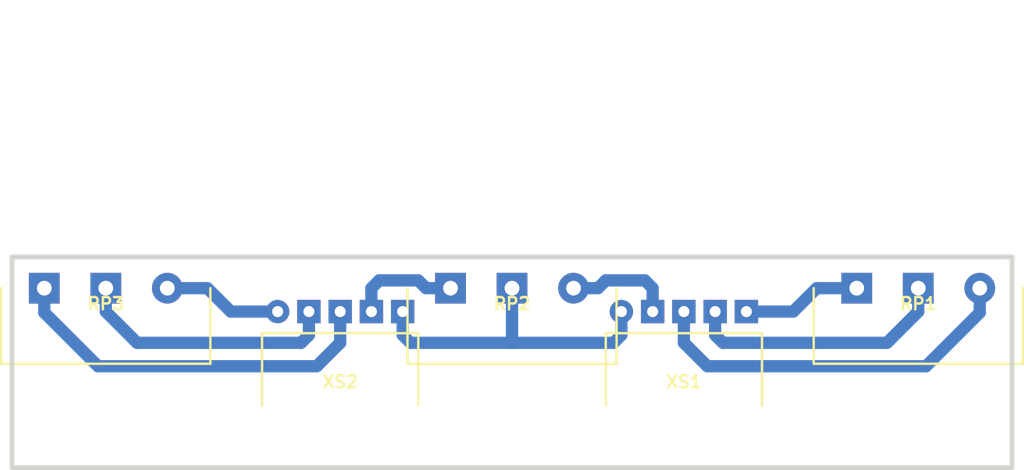
<source format=kicad_pcb>
(kicad_pcb (version 20171130) (host pcbnew 5.1.6-c6e7f7d~87~ubuntu19.10.1)

  (general
    (thickness 1.6)
    (drawings 4)
    (tracks 43)
    (zones 0)
    (modules 5)
    (nets 10)
  )

  (page A4 portrait)
  (title_block
    (title "1590BB Potentiometer Board 18 3x17")
    (date 2023-02-10)
    (rev 1B)
    (company "Igor Ivanov")
    (comment 1 https://github.com/Adept666)
    (comment 2 "This project is licensed under GNU General Public License v3.0 or later")
    (comment 3 "Диаметр потенциометров: 16 мм, 17 мм")
    (comment 4 "Расстояние от основной платы до корпуса: 18 мм")
  )

  (layers
    (0 F.Cu jumper)
    (31 B.Cu signal)
    (38 B.Mask user)
    (39 F.Mask user)
    (44 Edge.Cuts user)
    (45 Margin user)
    (46 B.CrtYd user)
    (47 F.CrtYd user)
    (49 F.Fab user)
  )

  (setup
    (last_trace_width 1)
    (user_trace_width 0.6)
    (trace_clearance 0)
    (zone_clearance 0.6)
    (zone_45_only no)
    (trace_min 0.2)
    (via_size 1.5)
    (via_drill 0.5)
    (via_min_size 0.4)
    (via_min_drill 0.3)
    (uvia_size 0.3)
    (uvia_drill 0.1)
    (uvias_allowed no)
    (uvia_min_size 0)
    (uvia_min_drill 0)
    (edge_width 0.4)
    (segment_width 0.2)
    (pcb_text_width 0.3)
    (pcb_text_size 1.5 1.5)
    (mod_edge_width 0.15)
    (mod_text_size 1 1)
    (mod_text_width 0.15)
    (pad_size 1.6 1.8)
    (pad_drill 0)
    (pad_to_mask_clearance 0.1)
    (solder_mask_min_width 0.2)
    (aux_axis_origin 0 0)
    (visible_elements 7FFFFFFF)
    (pcbplotparams
      (layerselection 0x20000_7ffffffe)
      (usegerberextensions false)
      (usegerberattributes false)
      (usegerberadvancedattributes false)
      (creategerberjobfile false)
      (excludeedgelayer false)
      (linewidth 0.100000)
      (plotframeref true)
      (viasonmask false)
      (mode 1)
      (useauxorigin false)
      (hpglpennumber 1)
      (hpglpenspeed 20)
      (hpglpendiameter 15.000000)
      (psnegative false)
      (psa4output false)
      (plotreference false)
      (plotvalue true)
      (plotinvisibletext false)
      (padsonsilk true)
      (subtractmaskfromsilk false)
      (outputformat 4)
      (mirror false)
      (drillshape 0)
      (scaleselection 1)
      (outputdirectory ""))
  )

  (net 0 "")
  (net 1 "Net-(RP1-Pad3)")
  (net 2 "Net-(RP1-Pad1)")
  (net 3 "Net-(RP1-Pad2)")
  (net 4 "Net-(RP2-Pad3)")
  (net 5 "Net-(RP2-Pad1)")
  (net 6 "Net-(RP2-Pad2)")
  (net 7 "Net-(RP3-Pad3)")
  (net 8 "Net-(RP3-Pad1)")
  (net 9 "Net-(RP3-Pad2)")

  (net_class Default "This is the default net class."
    (clearance 0)
    (trace_width 1)
    (via_dia 1.5)
    (via_drill 0.5)
    (uvia_dia 0.3)
    (uvia_drill 0.1)
    (add_net "Net-(RP1-Pad1)")
    (add_net "Net-(RP1-Pad2)")
    (add_net "Net-(RP1-Pad3)")
    (add_net "Net-(RP2-Pad1)")
    (add_net "Net-(RP2-Pad2)")
    (add_net "Net-(RP2-Pad3)")
    (add_net "Net-(RP3-Pad1)")
    (add_net "Net-(RP3-Pad2)")
    (add_net "Net-(RP3-Pad3)")
  )

  (module KCL-TH-SL:CON-PBS-05R (layer F.Cu) (tedit 62D2AB7D) (tstamp 6083D2A8)
    (at 119.38 144.78)
    (path /60031E05)
    (fp_text reference XS1 (at 0 5.715) (layer F.SilkS)
      (effects (font (size 1 1) (thickness 0.2)))
    )
    (fp_text value PBS-05R (at 0 5.715) (layer F.Fab)
      (effects (font (size 1 1) (thickness 0.2)))
    )
    (fp_line (start 6.35 -0.45) (end 6.35 10.16) (layer F.CrtYd) (width 0.1))
    (fp_line (start -6.35 -0.45) (end -6.35 10.16) (layer F.CrtYd) (width 0.1))
    (fp_line (start -6.35 10.16) (end 6.35 10.16) (layer F.CrtYd) (width 0.1))
    (fp_line (start -6.35 -0.45) (end 6.35 -0.45) (layer F.CrtYd) (width 0.1))
    (fp_line (start 6.35 1.76) (end 6.35 7.62) (layer F.SilkS) (width 0.2))
    (fp_line (start -6.35 1.76) (end -6.35 7.62) (layer F.SilkS) (width 0.2))
    (fp_line (start -6.35 1.76) (end 6.35 1.76) (layer F.SilkS) (width 0.2))
    (fp_line (start -6.35 1.76) (end 6.35 1.76) (layer F.Fab) (width 0.2))
    (fp_line (start -6.35 10.16) (end 6.35 10.16) (layer F.Fab) (width 0.2))
    (fp_line (start -6.35 1.76) (end -6.35 10.16) (layer F.Fab) (width 0.2))
    (fp_line (start 6.35 1.76) (end 6.35 10.16) (layer F.Fab) (width 0.2))
    (pad 5 thru_hole rect (at 5.08 0) (size 1.9 1.9) (drill 0.9) (layers B.Cu B.Mask)
      (net 1 "Net-(RP1-Pad3)"))
    (pad 4 thru_hole rect (at 2.54 0) (size 1.9 1.9) (drill 0.9) (layers B.Cu B.Mask)
      (net 3 "Net-(RP1-Pad2)"))
    (pad 1 thru_hole circle (at -5.08 0) (size 1.9 1.9) (drill 0.9) (layers B.Cu B.Mask)
      (net 6 "Net-(RP2-Pad2)"))
    (pad 2 thru_hole rect (at -2.54 0) (size 1.9 1.9) (drill 0.9) (layers B.Cu B.Mask)
      (net 5 "Net-(RP2-Pad1)"))
    (pad 3 thru_hole rect (at 0 0) (size 1.9 1.9) (drill 0.9) (layers B.Cu B.Mask)
      (net 2 "Net-(RP1-Pad1)"))
  )

  (module KCL-TH-SL:CON-PBS-05R (layer F.Cu) (tedit 62D2AB7D) (tstamp 60031F53)
    (at 91.44 144.78)
    (path /600A2C72)
    (fp_text reference XS2 (at 0 5.715) (layer F.SilkS)
      (effects (font (size 1 1) (thickness 0.2)))
    )
    (fp_text value PBS-05R (at 0 5.715) (layer F.Fab)
      (effects (font (size 1 1) (thickness 0.2)))
    )
    (fp_line (start 6.35 -0.45) (end 6.35 10.16) (layer F.CrtYd) (width 0.1))
    (fp_line (start -6.35 -0.45) (end -6.35 10.16) (layer F.CrtYd) (width 0.1))
    (fp_line (start -6.35 10.16) (end 6.35 10.16) (layer F.CrtYd) (width 0.1))
    (fp_line (start -6.35 -0.45) (end 6.35 -0.45) (layer F.CrtYd) (width 0.1))
    (fp_line (start 6.35 1.76) (end 6.35 7.62) (layer F.SilkS) (width 0.2))
    (fp_line (start -6.35 1.76) (end -6.35 7.62) (layer F.SilkS) (width 0.2))
    (fp_line (start -6.35 1.76) (end 6.35 1.76) (layer F.SilkS) (width 0.2))
    (fp_line (start -6.35 1.76) (end 6.35 1.76) (layer F.Fab) (width 0.2))
    (fp_line (start -6.35 10.16) (end 6.35 10.16) (layer F.Fab) (width 0.2))
    (fp_line (start -6.35 1.76) (end -6.35 10.16) (layer F.Fab) (width 0.2))
    (fp_line (start 6.35 1.76) (end 6.35 10.16) (layer F.Fab) (width 0.2))
    (pad 5 thru_hole rect (at 5.08 0) (size 1.9 1.9) (drill 0.9) (layers B.Cu B.Mask)
      (net 6 "Net-(RP2-Pad2)"))
    (pad 4 thru_hole rect (at 2.54 0) (size 1.9 1.9) (drill 0.9) (layers B.Cu B.Mask)
      (net 4 "Net-(RP2-Pad3)"))
    (pad 1 thru_hole circle (at -5.08 0) (size 1.9 1.9) (drill 0.9) (layers B.Cu B.Mask)
      (net 8 "Net-(RP3-Pad1)"))
    (pad 2 thru_hole rect (at -2.54 0) (size 1.9 1.9) (drill 0.9) (layers B.Cu B.Mask)
      (net 9 "Net-(RP3-Pad2)"))
    (pad 3 thru_hole rect (at 0 0) (size 1.9 1.9) (drill 0.9) (layers B.Cu B.Mask)
      (net 7 "Net-(RP3-Pad3)"))
  )

  (module KCL-TH-SL:RP-PDB181-K-20-P (layer F.Cu) (tedit 60030E39) (tstamp 608AEE6A)
    (at 138.43 142.875 180)
    (path /60859B26)
    (fp_text reference RP1 (at 0 -1.27) (layer F.SilkS)
      (effects (font (size 1 1) (thickness 0.2)))
    )
    (fp_text value "RP1: 16/17" (at 0 -1.27) (layer F.Fab)
      (effects (font (size 1 1) (thickness 0.2)))
    )
    (fp_line (start -7.3 3.35) (end -7.3 5.35) (layer F.Fab) (width 0.2))
    (fp_line (start -8.5 3.35) (end -8.5 5.35) (layer F.Fab) (width 0.2))
    (fp_line (start -8.5 5.35) (end -7.366 5.35) (layer F.Fab) (width 0.2))
    (fp_line (start 8.5 -6.15) (end 8.5 23.35) (layer F.CrtYd) (width 0.1))
    (fp_line (start -8.5 -6.15) (end -8.5 23.35) (layer F.CrtYd) (width 0.1))
    (fp_line (start -8.5 23.35) (end 8.5 23.35) (layer F.CrtYd) (width 0.1))
    (fp_line (start -8.5 -6.15) (end 8.5 -6.15) (layer F.CrtYd) (width 0.1))
    (fp_line (start 8.5 -6.15) (end 8.5 0) (layer F.SilkS) (width 0.2))
    (fp_line (start -8.5 -6.15) (end -8.5 0) (layer F.SilkS) (width 0.2))
    (fp_line (start -8.5 -6.15) (end 8.5 -6.15) (layer F.SilkS) (width 0.2))
    (fp_line (start -3.5 9.85) (end 3.5 9.85) (layer F.Fab) (width 0.2))
    (fp_line (start 3 9.85) (end 3 23.35) (layer F.Fab) (width 0.2))
    (fp_line (start -3 9.85) (end -3 23.35) (layer F.Fab) (width 0.2))
    (fp_line (start 3.5 3.35) (end 3.5 9.85) (layer F.Fab) (width 0.2))
    (fp_line (start -3.5 3.35) (end -3.5 9.85) (layer F.Fab) (width 0.2))
    (fp_line (start 8.5 -6.15) (end 8.5 3.35) (layer F.Fab) (width 0.2))
    (fp_line (start -8.5 -6.15) (end -8.5 3.35) (layer F.Fab) (width 0.2))
    (fp_line (start -3 23.35) (end 3 23.35) (layer F.Fab) (width 0.2))
    (fp_line (start -8.5 3.35) (end 8.5 3.35) (layer F.Fab) (width 0.2))
    (fp_line (start -8.5 -6.15) (end 8.5 -6.15) (layer F.Fab) (width 0.2))
    (pad 3 thru_hole rect (at 5 0 180) (size 2.5 2.5) (drill 1.2) (layers B.Cu B.Mask)
      (net 1 "Net-(RP1-Pad3)"))
    (pad 1 thru_hole circle (at -5 0 180) (size 2.5 2.5) (drill 1.2) (layers B.Cu B.Mask)
      (net 2 "Net-(RP1-Pad1)"))
    (pad 2 thru_hole rect (at 0 0 180) (size 2.5 2.5) (drill 1.2) (layers B.Cu B.Mask)
      (net 3 "Net-(RP1-Pad2)"))
  )

  (module KCL-TH-SL:RP-PDB181-K-20-P (layer F.Cu) (tedit 60030E39) (tstamp 5FE6D9E5)
    (at 105.41 142.875 180)
    (path /5FE7A122)
    (fp_text reference RP2 (at 0 -1.27) (layer F.SilkS)
      (effects (font (size 1 1) (thickness 0.2)))
    )
    (fp_text value "RP2: 16/17" (at 0 -1.27) (layer F.Fab)
      (effects (font (size 1 1) (thickness 0.2)))
    )
    (fp_line (start -7.3 3.35) (end -7.3 5.35) (layer F.Fab) (width 0.2))
    (fp_line (start -8.5 3.35) (end -8.5 5.35) (layer F.Fab) (width 0.2))
    (fp_line (start -8.5 5.35) (end -7.366 5.35) (layer F.Fab) (width 0.2))
    (fp_line (start 8.5 -6.15) (end 8.5 23.35) (layer F.CrtYd) (width 0.1))
    (fp_line (start -8.5 -6.15) (end -8.5 23.35) (layer F.CrtYd) (width 0.1))
    (fp_line (start -8.5 23.35) (end 8.5 23.35) (layer F.CrtYd) (width 0.1))
    (fp_line (start -8.5 -6.15) (end 8.5 -6.15) (layer F.CrtYd) (width 0.1))
    (fp_line (start 8.5 -6.15) (end 8.5 0) (layer F.SilkS) (width 0.2))
    (fp_line (start -8.5 -6.15) (end -8.5 0) (layer F.SilkS) (width 0.2))
    (fp_line (start -8.5 -6.15) (end 8.5 -6.15) (layer F.SilkS) (width 0.2))
    (fp_line (start -3.5 9.85) (end 3.5 9.85) (layer F.Fab) (width 0.2))
    (fp_line (start 3 9.85) (end 3 23.35) (layer F.Fab) (width 0.2))
    (fp_line (start -3 9.85) (end -3 23.35) (layer F.Fab) (width 0.2))
    (fp_line (start 3.5 3.35) (end 3.5 9.85) (layer F.Fab) (width 0.2))
    (fp_line (start -3.5 3.35) (end -3.5 9.85) (layer F.Fab) (width 0.2))
    (fp_line (start 8.5 -6.15) (end 8.5 3.35) (layer F.Fab) (width 0.2))
    (fp_line (start -8.5 -6.15) (end -8.5 3.35) (layer F.Fab) (width 0.2))
    (fp_line (start -3 23.35) (end 3 23.35) (layer F.Fab) (width 0.2))
    (fp_line (start -8.5 3.35) (end 8.5 3.35) (layer F.Fab) (width 0.2))
    (fp_line (start -8.5 -6.15) (end 8.5 -6.15) (layer F.Fab) (width 0.2))
    (pad 3 thru_hole rect (at 5 0 180) (size 2.5 2.5) (drill 1.2) (layers B.Cu B.Mask)
      (net 4 "Net-(RP2-Pad3)"))
    (pad 1 thru_hole circle (at -5 0 180) (size 2.5 2.5) (drill 1.2) (layers B.Cu B.Mask)
      (net 5 "Net-(RP2-Pad1)"))
    (pad 2 thru_hole rect (at 0 0 180) (size 2.5 2.5) (drill 1.2) (layers B.Cu B.Mask)
      (net 6 "Net-(RP2-Pad2)"))
  )

  (module KCL-TH-SL:RP-PDB181-K-20-P (layer F.Cu) (tedit 60030E39) (tstamp 608AEDE7)
    (at 72.39 142.875 180)
    (path /60857FB0)
    (fp_text reference RP3 (at 0 -1.27) (layer F.SilkS)
      (effects (font (size 1 1) (thickness 0.2)))
    )
    (fp_text value "RP3: 16/17" (at 0 -1.27) (layer F.Fab)
      (effects (font (size 1 1) (thickness 0.2)))
    )
    (fp_line (start -7.3 3.35) (end -7.3 5.35) (layer F.Fab) (width 0.2))
    (fp_line (start -8.5 3.35) (end -8.5 5.35) (layer F.Fab) (width 0.2))
    (fp_line (start -8.5 5.35) (end -7.366 5.35) (layer F.Fab) (width 0.2))
    (fp_line (start 8.5 -6.15) (end 8.5 23.35) (layer F.CrtYd) (width 0.1))
    (fp_line (start -8.5 -6.15) (end -8.5 23.35) (layer F.CrtYd) (width 0.1))
    (fp_line (start -8.5 23.35) (end 8.5 23.35) (layer F.CrtYd) (width 0.1))
    (fp_line (start -8.5 -6.15) (end 8.5 -6.15) (layer F.CrtYd) (width 0.1))
    (fp_line (start 8.5 -6.15) (end 8.5 0) (layer F.SilkS) (width 0.2))
    (fp_line (start -8.5 -6.15) (end -8.5 0) (layer F.SilkS) (width 0.2))
    (fp_line (start -8.5 -6.15) (end 8.5 -6.15) (layer F.SilkS) (width 0.2))
    (fp_line (start -3.5 9.85) (end 3.5 9.85) (layer F.Fab) (width 0.2))
    (fp_line (start 3 9.85) (end 3 23.35) (layer F.Fab) (width 0.2))
    (fp_line (start -3 9.85) (end -3 23.35) (layer F.Fab) (width 0.2))
    (fp_line (start 3.5 3.35) (end 3.5 9.85) (layer F.Fab) (width 0.2))
    (fp_line (start -3.5 3.35) (end -3.5 9.85) (layer F.Fab) (width 0.2))
    (fp_line (start 8.5 -6.15) (end 8.5 3.35) (layer F.Fab) (width 0.2))
    (fp_line (start -8.5 -6.15) (end -8.5 3.35) (layer F.Fab) (width 0.2))
    (fp_line (start -3 23.35) (end 3 23.35) (layer F.Fab) (width 0.2))
    (fp_line (start -8.5 3.35) (end 8.5 3.35) (layer F.Fab) (width 0.2))
    (fp_line (start -8.5 -6.15) (end 8.5 -6.15) (layer F.Fab) (width 0.2))
    (pad 3 thru_hole rect (at 5 0 180) (size 2.5 2.5) (drill 1.2) (layers B.Cu B.Mask)
      (net 7 "Net-(RP3-Pad3)"))
    (pad 1 thru_hole circle (at -5 0 180) (size 2.5 2.5) (drill 1.2) (layers B.Cu B.Mask)
      (net 8 "Net-(RP3-Pad1)"))
    (pad 2 thru_hole rect (at 0 0 180) (size 2.5 2.5) (drill 1.2) (layers B.Cu B.Mask)
      (net 9 "Net-(RP3-Pad2)"))
  )

  (gr_line (start 146.05 140.335) (end 146.05 157.48) (layer Edge.Cuts) (width 0.4) (tstamp 5FE6F872))
  (gr_line (start 64.77 140.335) (end 64.77 157.48) (layer Edge.Cuts) (width 0.4) (tstamp 5FE6F872))
  (gr_line (start 64.77 157.48) (end 146.05 157.48) (layer Edge.Cuts) (width 0.4) (tstamp 5FE6FAB1))
  (gr_line (start 64.77 140.335) (end 146.05 140.335) (layer Edge.Cuts) (width 0.4) (tstamp 5FE6F86E))

  (segment (start 133.43 142.875) (end 130.175 142.875) (width 1) (layer B.Cu) (net 1))
  (segment (start 130.175 142.875) (end 128.27 144.78) (width 1) (layer B.Cu) (net 1))
  (segment (start 128.27 144.78) (end 124.46 144.78) (width 1) (layer B.Cu) (net 1))
  (segment (start 143.43 142.875) (end 143.43 144.86) (width 1) (layer B.Cu) (net 2))
  (segment (start 143.43 144.86) (end 139.065 149.225) (width 1) (layer B.Cu) (net 2))
  (segment (start 119.38 147.32) (end 119.38 144.78) (width 1) (layer B.Cu) (net 2))
  (segment (start 139.065 149.225) (end 121.285 149.225) (width 1) (layer B.Cu) (net 2))
  (segment (start 121.285 149.225) (end 119.38 147.32) (width 1) (layer B.Cu) (net 2))
  (segment (start 138.43 142.875) (end 138.43 144.78) (width 1) (layer B.Cu) (net 3))
  (segment (start 138.43 144.78) (end 135.89 147.32) (width 1) (layer B.Cu) (net 3))
  (segment (start 121.92 146.685) (end 121.92 144.78) (width 1) (layer B.Cu) (net 3))
  (segment (start 135.89 147.32) (end 122.555 147.32) (width 1) (layer B.Cu) (net 3))
  (segment (start 122.555 147.32) (end 121.92 146.685) (width 1) (layer B.Cu) (net 3))
  (segment (start 93.98 142.875) (end 93.98 144.78) (width 1) (layer B.Cu) (net 4))
  (segment (start 97.79 142.24) (end 94.615 142.24) (width 1) (layer B.Cu) (net 4))
  (segment (start 100.41 142.875) (end 98.425 142.875) (width 1) (layer B.Cu) (net 4))
  (segment (start 94.615 142.24) (end 93.98 142.875) (width 1) (layer B.Cu) (net 4))
  (segment (start 98.425 142.875) (end 97.79 142.24) (width 1) (layer B.Cu) (net 4))
  (segment (start 110.41 142.875) (end 112.395 142.875) (width 1) (layer B.Cu) (net 5))
  (segment (start 112.395 142.875) (end 113.03 142.24) (width 1) (layer B.Cu) (net 5))
  (segment (start 113.03 142.24) (end 116.205 142.24) (width 1) (layer B.Cu) (net 5))
  (segment (start 116.205 142.24) (end 116.84 142.875) (width 1) (layer B.Cu) (net 5))
  (segment (start 116.84 142.875) (end 116.84 144.78) (width 1) (layer B.Cu) (net 5))
  (segment (start 96.52 144.78) (end 96.52 146.685) (width 1) (layer B.Cu) (net 6))
  (segment (start 96.52 146.685) (end 97.155 147.32) (width 1) (layer B.Cu) (net 6))
  (segment (start 114.3 144.78) (end 114.3 146.685) (width 1) (layer B.Cu) (net 6))
  (segment (start 114.3 146.685) (end 113.665 147.32) (width 1) (layer B.Cu) (net 6))
  (segment (start 105.41 142.875) (end 105.41 147.32) (width 1) (layer B.Cu) (net 6))
  (segment (start 97.155 147.32) (end 105.41 147.32) (width 1) (layer B.Cu) (net 6))
  (segment (start 113.665 147.32) (end 105.41 147.32) (width 1) (layer B.Cu) (net 6))
  (segment (start 67.39 142.875) (end 67.39 144.86) (width 1) (layer B.Cu) (net 7))
  (segment (start 67.39 144.86) (end 71.755 149.225) (width 1) (layer B.Cu) (net 7))
  (segment (start 91.44 147.32) (end 91.44 144.78) (width 1) (layer B.Cu) (net 7))
  (segment (start 71.755 149.225) (end 89.535 149.225) (width 1) (layer B.Cu) (net 7))
  (segment (start 89.535 149.225) (end 91.44 147.32) (width 1) (layer B.Cu) (net 7))
  (segment (start 77.39 142.875) (end 80.645 142.875) (width 1) (layer B.Cu) (net 8))
  (segment (start 80.645 142.875) (end 82.55 144.78) (width 1) (layer B.Cu) (net 8))
  (segment (start 82.55 144.78) (end 86.36 144.78) (width 1) (layer B.Cu) (net 8))
  (segment (start 72.39 144.78) (end 74.93 147.32) (width 1) (layer B.Cu) (net 9))
  (segment (start 72.39 142.875) (end 72.39 144.78) (width 1) (layer B.Cu) (net 9))
  (segment (start 88.9 146.685) (end 88.9 144.78) (width 1) (layer B.Cu) (net 9))
  (segment (start 74.93 147.32) (end 88.265 147.32) (width 1) (layer B.Cu) (net 9))
  (segment (start 88.265 147.32) (end 88.9 146.685) (width 1) (layer B.Cu) (net 9))

)

</source>
